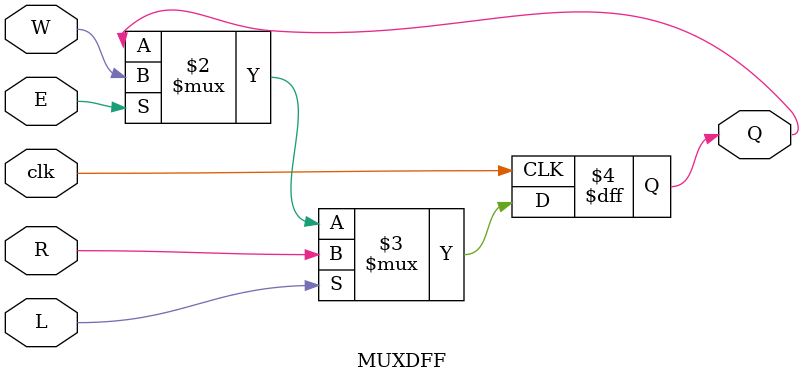
<source format=v>
module top_module (
    input [3:0] SW,
    input [3:0] KEY,
    output [3:0] LEDR
); /*Connect the R inputs to the SW switches,
	clk to KEY[0],
	E to KEY[1],
	L to KEY[2], and
	w to KEY[3].
	Connect the outputs to the red lights LEDR[3:0].*/

    MUXDFF instance1 (KEY[0], KEY[1], SW[3], KEY[2], KEY[3],  LEDR[3]);
    MUXDFF instance2 (KEY[0], KEY[1], SW[2], KEY[2], LEDR[3], LEDR[2]);
    MUXDFF instance3 (KEY[0], KEY[1], SW[1], KEY[2], LEDR[2], LEDR[1]);
    MUXDFF instance4 (KEY[0], KEY[1], SW[0], KEY[2], LEDR[1], LEDR[0]);
    
endmodule

module MUXDFF (input clk,
               input E,
               input R,
               input L,
               input W,
               output reg Q);
    
    always @ (posedge clk)
        begin
            Q <= (L) ? R : (E) ? W : Q;
        end
    
endmodule

</source>
